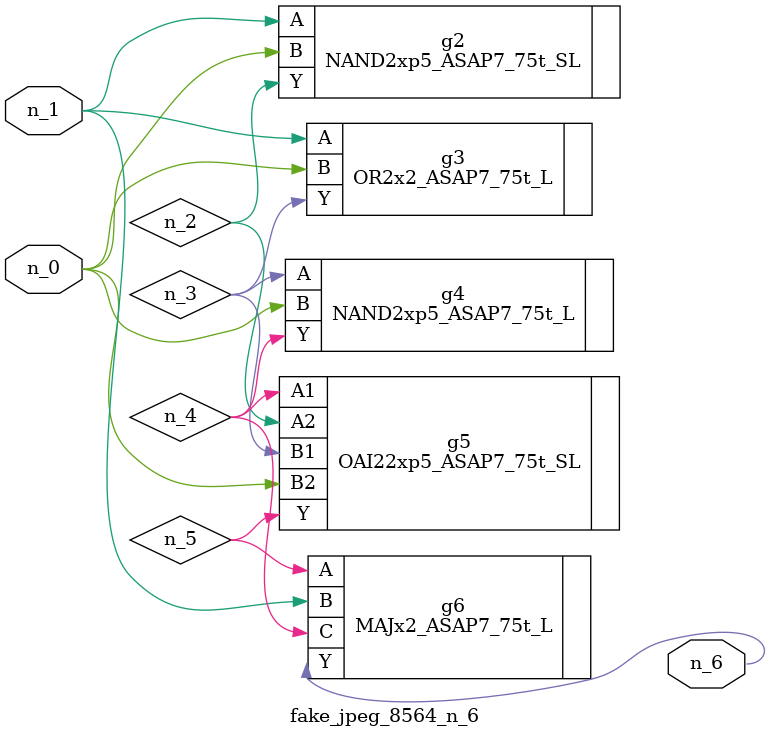
<source format=v>
module fake_jpeg_8564_n_6 (n_0, n_1, n_6);

input n_0;
input n_1;

output n_6;

wire n_2;
wire n_3;
wire n_4;
wire n_5;

NAND2xp5_ASAP7_75t_SL g2 ( 
.A(n_1),
.B(n_0),
.Y(n_2)
);

OR2x2_ASAP7_75t_L g3 ( 
.A(n_1),
.B(n_0),
.Y(n_3)
);

NAND2xp5_ASAP7_75t_L g4 ( 
.A(n_3),
.B(n_0),
.Y(n_4)
);

OAI22xp5_ASAP7_75t_SL g5 ( 
.A1(n_4),
.A2(n_2),
.B1(n_3),
.B2(n_0),
.Y(n_5)
);

MAJx2_ASAP7_75t_L g6 ( 
.A(n_5),
.B(n_1),
.C(n_4),
.Y(n_6)
);


endmodule
</source>
